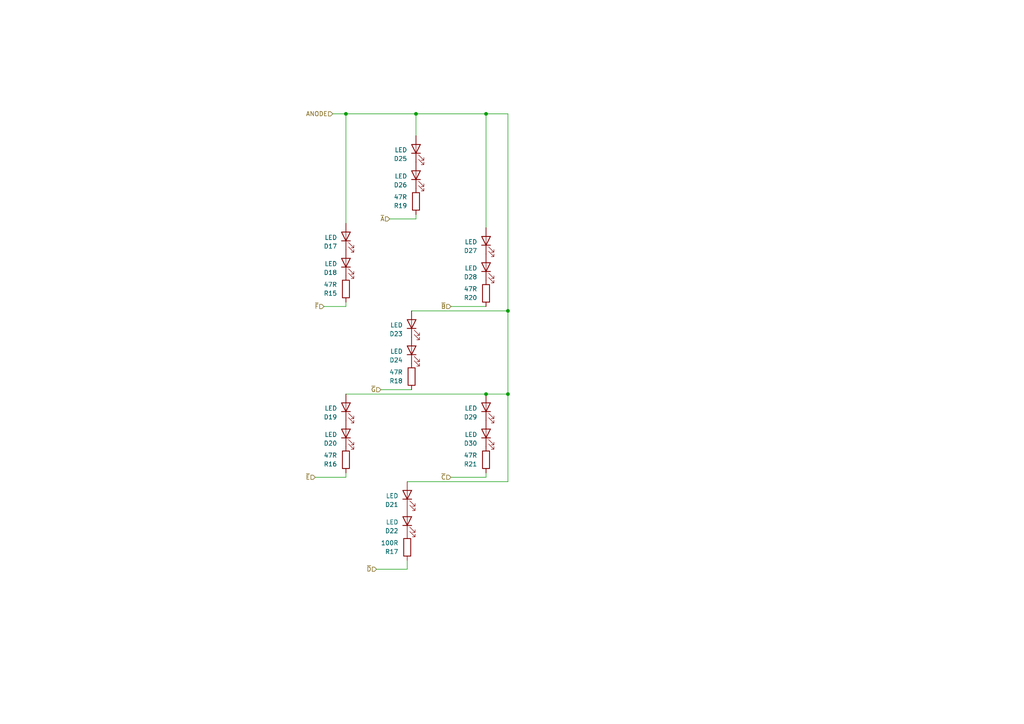
<source format=kicad_sch>
(kicad_sch (version 20250114) (generator "eeschema") (generator_version "9.0")
  (paper "A4")
  (lib_symbols
    (symbol "Device:LED" (pin_numbers (hide yes)) (pin_names (offset 1.016) (hide yes))
      (property "Reference" "D" (at 0 2.54 0))
      (property "Value" "LED" (at 0 -2.54 0))
      (symbol "LED_0_1"
        (polyline (pts (xy -3.048 -0.762) (xy -4.572 -2.286) (xy -3.81 -2.286) (xy -4.572 -2.286) (xy -4.572 -1.524)))
        (polyline (pts (xy -1.778 -0.762) (xy -3.302 -2.286) (xy -2.54 -2.286) (xy -3.302 -2.286) (xy -3.302 -1.524)))
        (polyline (pts (xy -1.27 0) (xy 1.27 0)))
        (polyline (pts (xy -1.27 -1.27) (xy -1.27 1.27)) (stroke (width 0.254)))
        (polyline (pts (xy 1.27 -1.27) (xy 1.27 1.27) (xy -1.27 0) (xy 1.27 -1.27)) (stroke (width 0.254)))
      )
      (symbol "LED_1_1"
        (pin passive line (at -3.81 0 0) (length 2.54) (name "K") (number "1"))
        (pin passive line (at 3.81 0 180) (length 2.54) (name "A") (number "2"))
      )
    )
    (symbol "Device:R" (pin_numbers (hide yes)) (pin_names (offset 0))
      (property "Reference" "R" (at 2.032 0 90))
      (property "Value" "R" (at 0 0 90))
      (symbol "R_0_1"
        (rectangle (start -1.016 -2.54) (end 1.016 2.54) (stroke (width 0.254)))
      )
      (symbol "R_1_1"
        (pin passive line (at 0 3.81 270) (length 1.27) (name "~") (number "1"))
        (pin passive line (at 0 -3.81 90) (length 1.27) (name "~") (number "2"))
      )
    )
  )
  (junction (at 140.97 114.3))
  (junction (at 100.33 33.02))
  (junction (at 147.32 90.17))
  (junction (at 140.97 33.02))
  (junction (at 120.65 33.02))
  (junction (at 147.32 114.3))
  (wire (pts (xy 100.33 33.02) (xy 120.65 33.02)))
  (wire (pts (xy 140.97 114.3) (xy 147.32 114.3)))
  (wire (pts (xy 109.22 165.1) (xy 118.11 165.1)))
  (wire (pts (xy 118.11 139.7) (xy 147.32 139.7)))
  (wire (pts (xy 130.81 88.9) (xy 140.97 88.9)))
  (wire (pts (xy 118.11 165.1) (xy 118.11 162.56)))
  (wire (pts (xy 113.03 63.5) (xy 120.65 63.5)))
  (wire (pts (xy 120.65 33.02) (xy 120.65 39.37)))
  (wire (pts (xy 147.32 33.02) (xy 140.97 33.02)))
  (wire (pts (xy 140.97 138.43) (xy 140.97 137.16)))
  (wire (pts (xy 96.52 33.02) (xy 100.33 33.02)))
  (wire (pts (xy 130.81 138.43) (xy 140.97 138.43)))
  (wire (pts (xy 147.32 114.3) (xy 147.32 90.17)))
  (wire (pts (xy 110.49 113.03) (xy 119.38 113.03)))
  (wire (pts (xy 140.97 33.02) (xy 120.65 33.02)))
  (wire (pts (xy 100.33 138.43) (xy 100.33 137.16)))
  (wire (pts (xy 119.38 90.17) (xy 147.32 90.17)))
  (wire (pts (xy 100.33 64.77) (xy 100.33 33.02)))
  (wire (pts (xy 91.44 138.43) (xy 100.33 138.43)))
  (wire (pts (xy 93.98 88.9) (xy 100.33 88.9)))
  (wire (pts (xy 140.97 66.04) (xy 140.97 33.02)))
  (wire (pts (xy 100.33 114.3) (xy 140.97 114.3)))
  (wire (pts (xy 100.33 88.9) (xy 100.33 87.63)))
  (wire (pts (xy 147.32 90.17) (xy 147.32 33.02)))
  (wire (pts (xy 120.65 63.5) (xy 120.65 62.23)))
  (wire (pts (xy 147.32 139.7) (xy 147.32 114.3)))
  (hierarchical_label "~{G}" (shape input) (at 110.49 113.03 180))
  (hierarchical_label "~{C}" (shape input) (at 130.81 138.43 180))
  (hierarchical_label "~{E}" (shape input) (at 91.44 138.43 180))
  (hierarchical_label "~{F}" (shape input) (at 93.98 88.9 180))
  (hierarchical_label "~{B}" (shape input) (at 130.81 88.9 180))
  (hierarchical_label "~{A}" (shape input) (at 113.03 63.5 180))
  (hierarchical_label "~{D}" (shape input) (at 109.22 165.1 180))
  (hierarchical_label "ANODE" (shape input) (at 96.52 33.02 180))
  (symbol (lib_id "Device:LED") (at 140.97 69.85 90) (unit 1)
    (property "Reference" "D13" (at 138.43 72.7076 90) (effects (justify left)))
    (property "Value" "LED" (at 138.43 70.1676 90) (effects (justify left)))
    (property "Footprint" "LED_THT:LED_D5.0mm" (effects (hide yes)))
    (property "Description" "Light emitting diode" (effects (hide yes)))
    (property "Sim.Pins" "1=K 2=A" (effects (hide yes)))
    (instances (project "skadis_clock" (path "" (reference "D27") (unit 1)) (path "" (reference "D41") (unit 1)) (path "" (reference "D55") (unit 1)) (path "" (reference "D13") (unit 1))))
  )
  (symbol (lib_id "Device:LED") (at 119.38 93.98 90) (unit 1)
    (property "Reference" "D9" (at 116.84 96.8376 90) (effects (justify left)))
    (property "Value" "LED" (at 116.84 94.2976 90) (effects (justify left)))
    (property "Footprint" "LED_THT:LED_D5.0mm" (effects (hide yes)))
    (property "Description" "Light emitting diode" (effects (hide yes)))
    (property "Sim.Pins" "1=K 2=A" (effects (hide yes)))
    (instances (project "skadis_clock" (path "" (reference "D23") (unit 1)) (path "" (reference "D37") (unit 1)) (path "" (reference "D51") (unit 1)) (path "" (reference "D9") (unit 1))))
  )
  (symbol (lib_id "Device:R") (at 140.97 85.09 180) (unit 1)
    (property "Reference" "R13" (at 138.43 86.3601 0) (effects (justify left)))
    (property "Value" "47R" (at 138.43 83.8201 0) (effects (justify left)))
    (property "Footprint" "Resistor_SMD:R_0805_2012Metric" (effects (hide yes)))
    (property "Description" "Resistor" (effects (hide yes)))
    (instances (project "skadis_clock" (path "" (reference "R20") (unit 1)) (path "" (reference "R27") (unit 1)) (path "" (reference "R34") (unit 1)) (path "" (reference "R13") (unit 1))))
  )
  (symbol (lib_id "Device:LED") (at 100.33 68.58 90) (unit 1)
    (property "Reference" "D3" (at 97.79 71.4376 90) (effects (justify left)))
    (property "Value" "LED" (at 97.79 68.8976 90) (effects (justify left)))
    (property "Footprint" "LED_THT:LED_D5.0mm" (effects (hide yes)))
    (property "Description" "Light emitting diode" (effects (hide yes)))
    (property "Sim.Pins" "1=K 2=A" (effects (hide yes)))
    (instances (project "skadis_clock" (path "" (reference "D17") (unit 1)) (path "" (reference "D31") (unit 1)) (path "" (reference "D45") (unit 1)) (path "" (reference "D3") (unit 1))))
  )
  (symbol (lib_id "Device:R") (at 120.65 58.42 180) (unit 1)
    (property "Reference" "R12" (at 118.11 59.6901 0) (effects (justify left)))
    (property "Value" "47R" (at 118.11 57.1501 0) (effects (justify left)))
    (property "Footprint" "Resistor_SMD:R_0805_2012Metric" (effects (hide yes)))
    (property "Description" "Resistor" (effects (hide yes)))
    (instances (project "skadis_clock" (path "" (reference "R19") (unit 1)) (path "" (reference "R26") (unit 1)) (path "" (reference "R33") (unit 1)) (path "" (reference "R12") (unit 1))))
  )
  (symbol (lib_id "Device:LED") (at 120.65 43.18 90) (unit 1)
    (property "Reference" "D11" (at 118.11 46.0376 90) (effects (justify left)))
    (property "Value" "LED" (at 118.11 43.4976 90) (effects (justify left)))
    (property "Footprint" "LED_THT:LED_D5.0mm" (effects (hide yes)))
    (property "Description" "Light emitting diode" (effects (hide yes)))
    (property "Sim.Pins" "1=K 2=A" (effects (hide yes)))
    (instances (project "skadis_clock" (path "" (reference "D25") (unit 1)) (path "" (reference "D39") (unit 1)) (path "" (reference "D53") (unit 1)) (path "" (reference "D11") (unit 1))))
  )
  (symbol (lib_id "Device:R") (at 140.97 133.35 180) (unit 1)
    (property "Reference" "R14" (at 138.43 134.6201 0) (effects (justify left)))
    (property "Value" "47R" (at 138.43 132.0801 0) (effects (justify left)))
    (property "Footprint" "Resistor_SMD:R_0805_2012Metric" (effects (hide yes)))
    (property "Description" "Resistor" (effects (hide yes)))
    (instances (project "skadis_clock" (path "" (reference "R21") (unit 1)) (path "" (reference "R28") (unit 1)) (path "" (reference "R35") (unit 1)) (path "" (reference "R14") (unit 1))))
  )
  (symbol (lib_id "Device:R") (at 118.11 158.75 180) (unit 1)
    (property "Reference" "R10" (at 115.57 160.0201 0) (effects (justify left)))
    (property "Value" "100R" (at 115.57 157.4801 0) (effects (justify left)))
    (property "Footprint" "Resistor_SMD:R_0805_2012Metric" (effects (hide yes)))
    (property "Description" "Resistor" (effects (hide yes)))
    (instances (project "skadis_clock" (path "" (reference "R17") (unit 1)) (path "" (reference "R24") (unit 1)) (path "" (reference "R31") (unit 1)) (path "" (reference "R10") (unit 1))))
  )
  (symbol (lib_id "Device:R") (at 100.33 83.82 180) (unit 1)
    (property "Reference" "R8" (at 97.79 85.0901 0) (effects (justify left)))
    (property "Value" "47R" (at 97.79 82.5501 0) (effects (justify left)))
    (property "Footprint" "Resistor_SMD:R_0805_2012Metric" (effects (hide yes)))
    (property "Description" "Resistor" (effects (hide yes)))
    (instances (project "skadis_clock" (path "" (reference "R15") (unit 1)) (path "" (reference "R22") (unit 1)) (path "" (reference "R29") (unit 1)) (path "" (reference "R8") (unit 1))))
  )
  (symbol (lib_id "Device:LED") (at 140.97 77.47 90) (unit 1)
    (property "Reference" "D14" (at 138.43 80.3276 90) (effects (justify left)))
    (property "Value" "LED" (at 138.43 77.7876 90) (effects (justify left)))
    (property "Footprint" "LED_THT:LED_D5.0mm" (effects (hide yes)))
    (property "Description" "Light emitting diode" (effects (hide yes)))
    (property "Sim.Pins" "1=K 2=A" (effects (hide yes)))
    (instances (project "skadis_clock" (path "" (reference "D28") (unit 1)) (path "" (reference "D42") (unit 1)) (path "" (reference "D56") (unit 1)) (path "" (reference "D14") (unit 1))))
  )
  (symbol (lib_id "Device:R") (at 119.38 109.22 180) (unit 1)
    (property "Reference" "R11" (at 116.84 110.4901 0) (effects (justify left)))
    (property "Value" "47R" (at 116.84 107.9501 0) (effects (justify left)))
    (property "Footprint" "Resistor_SMD:R_0805_2012Metric" (effects (hide yes)))
    (property "Description" "Resistor" (effects (hide yes)))
    (instances (project "skadis_clock" (path "" (reference "R18") (unit 1)) (path "" (reference "R25") (unit 1)) (path "" (reference "R32") (unit 1)) (path "" (reference "R11") (unit 1))))
  )
  (symbol (lib_id "Device:LED") (at 100.33 76.2 90) (unit 1)
    (property "Reference" "D4" (at 97.79 79.0576 90) (effects (justify left)))
    (property "Value" "LED" (at 97.79 76.5176 90) (effects (justify left)))
    (property "Footprint" "LED_THT:LED_D5.0mm" (effects (hide yes)))
    (property "Description" "Light emitting diode" (effects (hide yes)))
    (property "Sim.Pins" "1=K 2=A" (effects (hide yes)))
    (instances (project "skadis_clock" (path "" (reference "D18") (unit 1)) (path "" (reference "D32") (unit 1)) (path "" (reference "D46") (unit 1)) (path "" (reference "D4") (unit 1))))
  )
  (symbol (lib_id "Device:LED") (at 118.11 151.13 90) (unit 1)
    (property "Reference" "D8" (at 115.57 153.9876 90) (effects (justify left)))
    (property "Value" "LED" (at 115.57 151.4476 90) (effects (justify left)))
    (property "Footprint" "LED_THT:LED_D5.0mm" (effects (hide yes)))
    (property "Description" "Light emitting diode" (effects (hide yes)))
    (property "Sim.Pins" "1=K 2=A" (effects (hide yes)))
    (instances (project "skadis_clock" (path "" (reference "D22") (unit 1)) (path "" (reference "D36") (unit 1)) (path "" (reference "D50") (unit 1)) (path "" (reference "D8") (unit 1))))
  )
  (symbol (lib_id "Device:LED") (at 140.97 125.73 90) (unit 1)
    (property "Reference" "D16" (at 138.43 128.5876 90) (effects (justify left)))
    (property "Value" "LED" (at 138.43 126.0476 90) (effects (justify left)))
    (property "Footprint" "LED_THT:LED_D5.0mm" (effects (hide yes)))
    (property "Description" "Light emitting diode" (effects (hide yes)))
    (property "Sim.Pins" "1=K 2=A" (effects (hide yes)))
    (instances (project "skadis_clock" (path "" (reference "D30") (unit 1)) (path "" (reference "D44") (unit 1)) (path "" (reference "D58") (unit 1)) (path "" (reference "D16") (unit 1))))
  )
  (symbol (lib_id "Device:LED") (at 118.11 143.51 90) (unit 1)
    (property "Reference" "D7" (at 115.57 146.3676 90) (effects (justify left)))
    (property "Value" "LED" (at 115.57 143.8276 90) (effects (justify left)))
    (property "Footprint" "LED_THT:LED_D5.0mm" (effects (hide yes)))
    (property "Description" "Light emitting diode" (effects (hide yes)))
    (property "Sim.Pins" "1=K 2=A" (effects (hide yes)))
    (instances (project "skadis_clock" (path "" (reference "D21") (unit 1)) (path "" (reference "D35") (unit 1)) (path "" (reference "D49") (unit 1)) (path "" (reference "D7") (unit 1))))
  )
  (symbol (lib_id "Device:LED") (at 119.38 101.6 90) (unit 1)
    (property "Reference" "D10" (at 116.84 104.4576 90) (effects (justify left)))
    (property "Value" "LED" (at 116.84 101.9176 90) (effects (justify left)))
    (property "Footprint" "LED_THT:LED_D5.0mm" (effects (hide yes)))
    (property "Description" "Light emitting diode" (effects (hide yes)))
    (property "Sim.Pins" "1=K 2=A" (effects (hide yes)))
    (instances (project "skadis_clock" (path "" (reference "D24") (unit 1)) (path "" (reference "D38") (unit 1)) (path "" (reference "D52") (unit 1)) (path "" (reference "D10") (unit 1))))
  )
  (symbol (lib_id "Device:LED") (at 100.33 125.73 90) (unit 1)
    (property "Reference" "D6" (at 97.79 128.5876 90) (effects (justify left)))
    (property "Value" "LED" (at 97.79 126.0476 90) (effects (justify left)))
    (property "Footprint" "LED_THT:LED_D5.0mm" (effects (hide yes)))
    (property "Description" "Light emitting diode" (effects (hide yes)))
    (property "Sim.Pins" "1=K 2=A" (effects (hide yes)))
    (instances (project "skadis_clock" (path "" (reference "D20") (unit 1)) (path "" (reference "D34") (unit 1)) (path "" (reference "D48") (unit 1)) (path "" (reference "D6") (unit 1))))
  )
  (symbol (lib_id "Device:LED") (at 120.65 50.8 90) (unit 1)
    (property "Reference" "D12" (at 118.11 53.6576 90) (effects (justify left)))
    (property "Value" "LED" (at 118.11 51.1176 90) (effects (justify left)))
    (property "Footprint" "LED_THT:LED_D5.0mm" (effects (hide yes)))
    (property "Description" "Light emitting diode" (effects (hide yes)))
    (property "Sim.Pins" "1=K 2=A" (effects (hide yes)))
    (instances (project "skadis_clock" (path "" (reference "D26") (unit 1)) (path "" (reference "D40") (unit 1)) (path "" (reference "D54") (unit 1)) (path "" (reference "D12") (unit 1))))
  )
  (symbol (lib_id "Device:LED") (at 140.97 118.11 90) (unit 1)
    (property "Reference" "D15" (at 138.43 120.9676 90) (effects (justify left)))
    (property "Value" "LED" (at 138.43 118.4276 90) (effects (justify left)))
    (property "Footprint" "LED_THT:LED_D5.0mm" (effects (hide yes)))
    (property "Description" "Light emitting diode" (effects (hide yes)))
    (property "Sim.Pins" "1=K 2=A" (effects (hide yes)))
    (instances (project "skadis_clock" (path "" (reference "D29") (unit 1)) (path "" (reference "D43") (unit 1)) (path "" (reference "D57") (unit 1)) (path "" (reference "D15") (unit 1))))
  )
  (symbol (lib_id "Device:R") (at 100.33 133.35 180) (unit 1)
    (property "Reference" "R9" (at 97.79 134.6201 0) (effects (justify left)))
    (property "Value" "47R" (at 97.79 132.0801 0) (effects (justify left)))
    (property "Footprint" "Resistor_SMD:R_0805_2012Metric" (effects (hide yes)))
    (property "Description" "Resistor" (effects (hide yes)))
    (instances (project "skadis_clock" (path "" (reference "R16") (unit 1)) (path "" (reference "R23") (unit 1)) (path "" (reference "R30") (unit 1)) (path "" (reference "R9") (unit 1))))
  )
  (symbol (lib_id "Device:LED") (at 100.33 118.11 90) (unit 1)
    (property "Reference" "D5" (at 97.79 120.9676 90) (effects (justify left)))
    (property "Value" "LED" (at 97.79 118.4276 90) (effects (justify left)))
    (property "Footprint" "LED_THT:LED_D5.0mm" (effects (hide yes)))
    (property "Description" "Light emitting diode" (effects (hide yes)))
    (property "Sim.Pins" "1=K 2=A" (effects (hide yes)))
    (instances (project "skadis_clock" (path "" (reference "D19") (unit 1)) (path "" (reference "D33") (unit 1)) (path "" (reference "D47") (unit 1)) (path "" (reference "D5") (unit 1))))
  )
)
</source>
